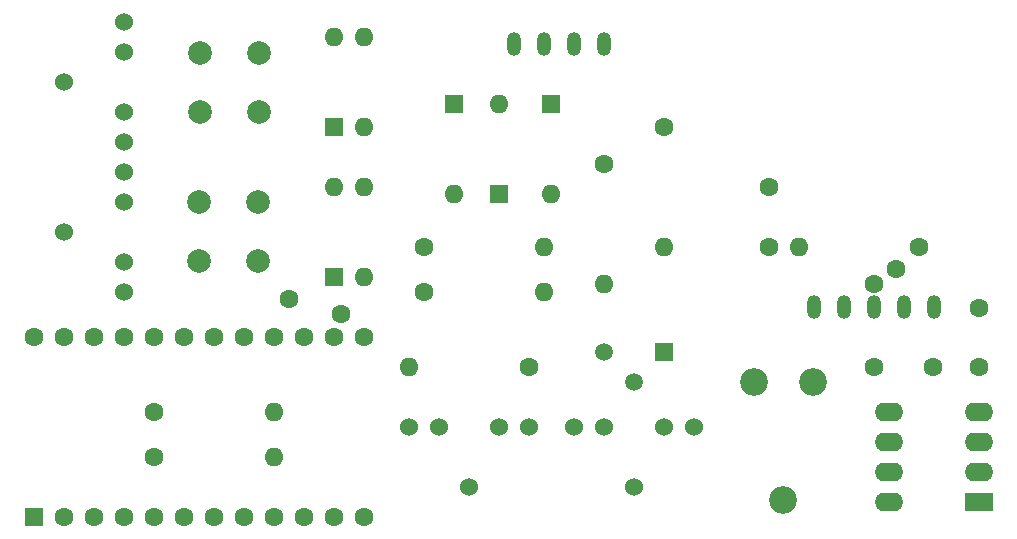
<source format=gtl>
G04 #@! TF.GenerationSoftware,KiCad,Pcbnew,5.1.2-f72e74a~84~ubuntu18.04.1*
G04 #@! TF.CreationDate,2019-05-20T21:18:26+03:00*
G04 #@! TF.ProjectId,manipulyator-v3 (2),6d616e69-7075-46c7-9961-746f722d7633,rev?*
G04 #@! TF.SameCoordinates,Original*
G04 #@! TF.FileFunction,Copper,L1,Top*
G04 #@! TF.FilePolarity,Positive*
%FSLAX45Y45*%
G04 Gerber Fmt 4.5, Leading zero omitted, Abs format (unit mm)*
G04 Created by KiCad (PCBNEW 5.1.2-f72e74a~84~ubuntu18.04.1) date 2019-05-20 21:18:26*
%MOMM*%
%LPD*%
G04 APERTURE LIST*
%ADD10O,1.200000X2.000000*%
%ADD11R,1.600000X1.600000*%
%ADD12C,1.600000*%
%ADD13O,1.600000X1.600000*%
%ADD14C,1.524000*%
%ADD15C,2.000000*%
%ADD16C,2.340000*%
%ADD17C,1.500000*%
%ADD18R,1.500000X1.500000*%
%ADD19R,2.400000X1.600000*%
%ADD20O,2.400000X1.600000*%
%ADD21C,0.500000*%
G04 APERTURE END LIST*
D10*
X6921500Y2095500D03*
X7175500Y2095500D03*
X7429500Y2095500D03*
X7683500Y2095500D03*
X7937500Y2095500D03*
D11*
X317500Y317500D03*
D12*
X571500Y317500D03*
X825500Y317500D03*
X1079500Y317500D03*
X1333500Y317500D03*
X1587500Y317500D03*
X1841500Y317500D03*
X2095500Y317500D03*
X2349500Y317500D03*
X2603500Y317500D03*
X2857500Y317500D03*
X3111500Y317500D03*
X3111500Y1841500D03*
X2857500Y1841500D03*
X2603500Y1841500D03*
X2349500Y1841500D03*
X2095500Y1841500D03*
X1841500Y1841500D03*
X1587500Y1841500D03*
X1333500Y1841500D03*
X1079500Y1841500D03*
X825500Y1841500D03*
X571500Y1841500D03*
X317500Y1841500D03*
D13*
X2857500Y3111500D03*
X3111500Y2349500D03*
X3111500Y3111500D03*
D11*
X2857500Y2349500D03*
D13*
X2857500Y4381500D03*
X3111500Y3619500D03*
X3111500Y4381500D03*
D11*
X2857500Y3619500D03*
D13*
X4635500Y2222500D03*
D12*
X3619500Y2222500D03*
D13*
X4635500Y2603500D03*
D12*
X3619500Y2603500D03*
D14*
X571500Y2730500D03*
X1079500Y3238500D03*
X1079500Y2984500D03*
X1079500Y2476500D03*
X1079500Y2222500D03*
X571500Y4000500D03*
X1079500Y4508500D03*
X1079500Y4254500D03*
X1079500Y3746500D03*
X1079500Y3492500D03*
X5397500Y571500D03*
X4889500Y1079500D03*
X5143500Y1079500D03*
X5651500Y1079500D03*
X5905500Y1079500D03*
D15*
X1714500Y2484500D03*
X2214500Y2484500D03*
X2214500Y2984500D03*
X1714500Y2984500D03*
X1722500Y3746500D03*
X2222500Y3746500D03*
X2222500Y4246500D03*
X1722500Y4246500D03*
D14*
X4508500Y1079500D03*
X4254500Y1079500D03*
X3746500Y1079500D03*
X3492500Y1079500D03*
X4000500Y571500D03*
D16*
X6413500Y1460500D03*
X6663500Y460500D03*
X6913500Y1460500D03*
D13*
X2349500Y1206500D03*
D12*
X1333500Y1206500D03*
D11*
X4699000Y3810000D03*
D13*
X4699000Y3048000D03*
D10*
X4381500Y4318000D03*
X4635500Y4318000D03*
X4889500Y4318000D03*
X5143500Y4318000D03*
D12*
X7929500Y1587500D03*
X7429500Y1587500D03*
X8318500Y1587500D03*
X8318500Y2087500D03*
D11*
X3873500Y3810000D03*
D13*
X3873500Y3048000D03*
X4254500Y3810000D03*
D11*
X4254500Y3048000D03*
D17*
X5397500Y1460500D03*
X5143500Y1714500D03*
D18*
X5651500Y1714500D03*
D13*
X2349500Y825500D03*
D12*
X1333500Y825500D03*
X5143500Y3302000D03*
D13*
X5143500Y2286000D03*
X5651500Y2603500D03*
D12*
X5651500Y3619500D03*
X4508500Y1587500D03*
D13*
X3492500Y1587500D03*
D12*
X7810500Y2603500D03*
D13*
X6794500Y2603500D03*
D19*
X8318500Y444500D03*
D20*
X7556500Y1206500D03*
X8318500Y698500D03*
X7556500Y952500D03*
X8318500Y952500D03*
X7556500Y698500D03*
X8318500Y1206500D03*
X7556500Y444500D03*
D12*
X7429500Y2286000D03*
X2476500Y2159000D03*
X7620000Y2413000D03*
X2921000Y2032000D03*
X6540500Y3111500D03*
X6540500Y2603500D03*
D21*
X2476500Y2209500D02*
X2476500Y2159000D01*
M02*

</source>
